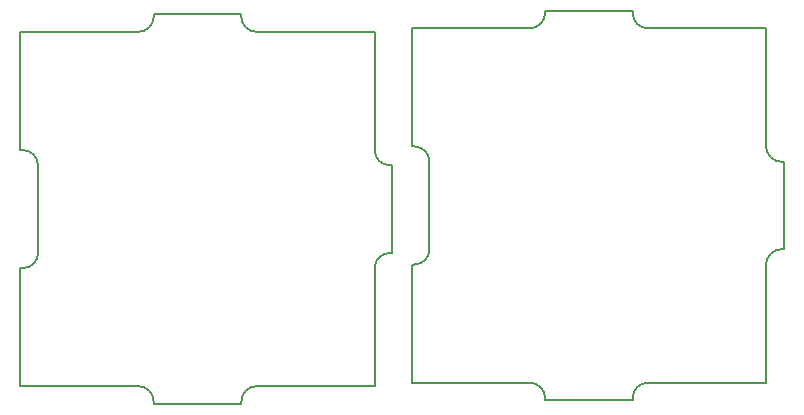
<source format=gbr>
G04 #@! TF.GenerationSoftware,KiCad,Pcbnew,(5.1.2-1)-1*
G04 #@! TF.CreationDate,2019-05-13T19:40:32-07:00*
G04 #@! TF.ProjectId,Side,53696465-2e6b-4696-9361-645f70636258,rev?*
G04 #@! TF.SameCoordinates,Original*
G04 #@! TF.FileFunction,Profile,NP*
%FSLAX46Y46*%
G04 Gerber Fmt 4.6, Leading zero omitted, Abs format (unit mm)*
G04 Created by KiCad (PCBNEW (5.1.2-1)-1) date 2019-05-13 19:40:32*
%MOMM*%
%LPD*%
G04 APERTURE LIST*
%ADD10C,0.200000*%
G04 APERTURE END LIST*
D10*
X157940000Y-100330001D02*
X157940000Y-90330000D01*
X167940000Y-90330000D02*
X157940000Y-90330000D01*
X187940000Y-120330000D02*
X177939999Y-120330000D01*
X176649999Y-121620000D02*
G75*
G02X177939999Y-120330000I1290000J0D01*
G01*
X176649999Y-121620000D02*
X176649999Y-121830000D01*
X176649999Y-121830000D02*
X169230000Y-121830000D01*
X169230000Y-121620000D02*
X169230000Y-121830000D01*
X167940000Y-120330000D02*
G75*
G02X169230000Y-121620000I0J-1290000D01*
G01*
X167940000Y-120330000D02*
X157940000Y-120330000D01*
X189230000Y-109040000D02*
X189440000Y-109040000D01*
X189230000Y-101620000D02*
X189440000Y-101620000D01*
X177940000Y-90330000D02*
G75*
G02X176650000Y-89040000I0J1290000D01*
G01*
X187940000Y-90330000D02*
X177940000Y-90330000D01*
X187940000Y-120330000D02*
X187940000Y-110330000D01*
X169230000Y-89040000D02*
G75*
G02X167940000Y-90330000I-1290000J0D01*
G01*
X169230000Y-89040000D02*
X169230000Y-88830000D01*
X157940000Y-120330000D02*
X157940000Y-110329999D01*
X157940000Y-110329999D02*
X158150000Y-110329999D01*
X159440000Y-109039999D02*
G75*
G02X158150000Y-110329999I-1290000J0D01*
G01*
X187940000Y-110330000D02*
G75*
G02X189230000Y-109040000I1290000J0D01*
G01*
X159440000Y-101620001D02*
X159440000Y-109039999D01*
X158150000Y-100330001D02*
G75*
G02X159440000Y-101620001I0J-1290000D01*
G01*
X157940000Y-100330001D02*
X158150000Y-100330001D01*
X189440000Y-101620000D02*
X189440000Y-109040000D01*
X169230000Y-88830000D02*
X176650000Y-88830000D01*
X176650000Y-89040000D02*
X176650000Y-88830000D01*
X187940000Y-100330000D02*
X187940000Y-90330000D01*
X189230000Y-101620000D02*
G75*
G02X187940000Y-100330000I0J1290000D01*
G01*
X134800001Y-90630000D02*
X124800001Y-90630000D01*
X136090001Y-89340000D02*
G75*
G02X134800001Y-90630000I-1290000J0D01*
G01*
X156090001Y-109340000D02*
X156300001Y-109340000D01*
X156300001Y-101920000D02*
X156300001Y-109340000D01*
X154800001Y-90630000D02*
X144800001Y-90630000D01*
X126300001Y-109339999D02*
G75*
G02X125010001Y-110629999I-1290000J0D01*
G01*
X126300001Y-101920001D02*
X126300001Y-109339999D01*
X125010001Y-100630001D02*
G75*
G02X126300001Y-101920001I0J-1290000D01*
G01*
X134800001Y-120630000D02*
X124800001Y-120630000D01*
X124800001Y-120630000D02*
X124800001Y-110629999D01*
X124800001Y-110629999D02*
X125010001Y-110629999D01*
X154800001Y-110630000D02*
G75*
G02X156090001Y-109340000I1290000J0D01*
G01*
X154800001Y-120630000D02*
X154800001Y-110630000D01*
X143510001Y-89340000D02*
X143510001Y-89130000D01*
X144800001Y-90630000D02*
G75*
G02X143510001Y-89340000I0J1290000D01*
G01*
X154800001Y-100630000D02*
X154800001Y-90630000D01*
X136090001Y-89340000D02*
X136090001Y-89130000D01*
X136090001Y-89130000D02*
X143510001Y-89130000D01*
X143510000Y-122130000D02*
X136090001Y-122130000D01*
X136090001Y-121920000D02*
X136090001Y-122130000D01*
X134800001Y-120630000D02*
G75*
G02X136090001Y-121920000I0J-1290000D01*
G01*
X124800001Y-100630001D02*
X125010001Y-100630001D01*
X124800001Y-100630001D02*
X124800001Y-90630000D01*
X156090001Y-101920000D02*
X156300001Y-101920000D01*
X156090001Y-101920000D02*
G75*
G02X154800001Y-100630000I0J1290000D01*
G01*
X154800001Y-120630000D02*
X144800000Y-120630000D01*
X143510000Y-121920000D02*
G75*
G02X144800000Y-120630000I1290000J0D01*
G01*
X143510000Y-121920000D02*
X143510000Y-122130000D01*
M02*

</source>
